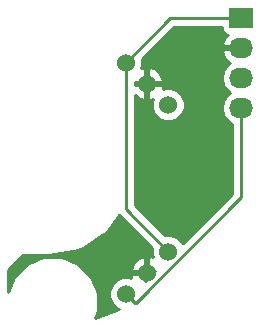
<source format=gbr>
G04 #@! TF.FileFunction,Copper,L2,Bot,Signal*
%FSLAX46Y46*%
G04 Gerber Fmt 4.6, Leading zero omitted, Abs format (unit mm)*
G04 Created by KiCad (PCBNEW 4.0.4+dfsg1-stable) date Thu Feb  9 13:36:58 2017*
%MOMM*%
%LPD*%
G01*
G04 APERTURE LIST*
%ADD10C,0.100000*%
%ADD11R,2.032000X1.727200*%
%ADD12O,2.032000X1.727200*%
%ADD13C,1.524000*%
%ADD14C,0.250000*%
%ADD15C,0.254000*%
G04 APERTURE END LIST*
D10*
D11*
X133000000Y-62920000D03*
D12*
X133000000Y-65460000D03*
X133000000Y-68000000D03*
X133000000Y-70540000D03*
D13*
X125000000Y-84500000D03*
X123203949Y-86296051D03*
X126796051Y-82703949D03*
X125000000Y-68500000D03*
X126796051Y-70296051D03*
X123203949Y-66703949D03*
D14*
X133000000Y-62920000D02*
X126987898Y-62920000D01*
X126987898Y-62920000D02*
X123203949Y-66703949D01*
X126796051Y-82703949D02*
X123203949Y-79111847D01*
X123203949Y-79111847D02*
X123203949Y-66703949D01*
X123203949Y-86296051D02*
X123965948Y-87058050D01*
X123965948Y-87058050D02*
X124050712Y-87058050D01*
X124050712Y-87058050D02*
X133000000Y-78108762D01*
X133000000Y-78108762D02*
X133000000Y-71653600D01*
X133000000Y-71653600D02*
X133000000Y-70540000D01*
D15*
G36*
X125411868Y-82394568D02*
X125399294Y-82424849D01*
X125398809Y-82980610D01*
X125478239Y-83172846D01*
X125347369Y-83118638D01*
X125127000Y-83240769D01*
X125127000Y-84193392D01*
X125014141Y-84306251D01*
X125193749Y-84485859D01*
X125306608Y-84373000D01*
X125660960Y-84373000D01*
X125406960Y-84627000D01*
X125306608Y-84627000D01*
X125193749Y-84514141D01*
X125014141Y-84693749D01*
X125127000Y-84806608D01*
X125127000Y-84906960D01*
X124873000Y-85160960D01*
X124873000Y-84806608D01*
X124985859Y-84693749D01*
X124806251Y-84514141D01*
X124693392Y-84627000D01*
X123740769Y-84627000D01*
X123618638Y-84847369D01*
X123682524Y-84982123D01*
X123483049Y-84899294D01*
X122927288Y-84898809D01*
X122413646Y-85111041D01*
X122020320Y-85503681D01*
X121807192Y-86016951D01*
X121806707Y-86572712D01*
X122018939Y-87086354D01*
X122411579Y-87479680D01*
X122617453Y-87565166D01*
X120610024Y-88306370D01*
X120834333Y-87766175D01*
X120835664Y-86240518D01*
X120253050Y-84830485D01*
X119576379Y-84152631D01*
X123618638Y-84152631D01*
X123740769Y-84373000D01*
X124873000Y-84373000D01*
X124873000Y-83240769D01*
X124652631Y-83118638D01*
X124150449Y-83356720D01*
X123777603Y-83768856D01*
X123618638Y-84152631D01*
X119576379Y-84152631D01*
X119175189Y-83750741D01*
X117766175Y-83165667D01*
X116240518Y-83164336D01*
X114830485Y-83746950D01*
X113750741Y-84824811D01*
X113210000Y-86127059D01*
X113210000Y-84294092D01*
X114544092Y-82960000D01*
X117000000Y-82960000D01*
X117068584Y-82946358D01*
X117138514Y-82946358D01*
X118744034Y-82627000D01*
X119000000Y-82627000D01*
X119065341Y-82608902D01*
X119179565Y-82540367D01*
X119338944Y-82508665D01*
X119594885Y-82402650D01*
X121229934Y-81310146D01*
X121565341Y-81108902D01*
X121601600Y-81076200D01*
X122669557Y-79652257D01*
X125411868Y-82394568D01*
X125411868Y-82394568D01*
G37*
X125411868Y-82394568D02*
X125399294Y-82424849D01*
X125398809Y-82980610D01*
X125478239Y-83172846D01*
X125347369Y-83118638D01*
X125127000Y-83240769D01*
X125127000Y-84193392D01*
X125014141Y-84306251D01*
X125193749Y-84485859D01*
X125306608Y-84373000D01*
X125660960Y-84373000D01*
X125406960Y-84627000D01*
X125306608Y-84627000D01*
X125193749Y-84514141D01*
X125014141Y-84693749D01*
X125127000Y-84806608D01*
X125127000Y-84906960D01*
X124873000Y-85160960D01*
X124873000Y-84806608D01*
X124985859Y-84693749D01*
X124806251Y-84514141D01*
X124693392Y-84627000D01*
X123740769Y-84627000D01*
X123618638Y-84847369D01*
X123682524Y-84982123D01*
X123483049Y-84899294D01*
X122927288Y-84898809D01*
X122413646Y-85111041D01*
X122020320Y-85503681D01*
X121807192Y-86016951D01*
X121806707Y-86572712D01*
X122018939Y-87086354D01*
X122411579Y-87479680D01*
X122617453Y-87565166D01*
X120610024Y-88306370D01*
X120834333Y-87766175D01*
X120835664Y-86240518D01*
X120253050Y-84830485D01*
X119576379Y-84152631D01*
X123618638Y-84152631D01*
X123740769Y-84373000D01*
X124873000Y-84373000D01*
X124873000Y-83240769D01*
X124652631Y-83118638D01*
X124150449Y-83356720D01*
X123777603Y-83768856D01*
X123618638Y-84152631D01*
X119576379Y-84152631D01*
X119175189Y-83750741D01*
X117766175Y-83165667D01*
X116240518Y-83164336D01*
X114830485Y-83746950D01*
X113750741Y-84824811D01*
X113210000Y-86127059D01*
X113210000Y-84294092D01*
X114544092Y-82960000D01*
X117000000Y-82960000D01*
X117068584Y-82946358D01*
X117138514Y-82946358D01*
X118744034Y-82627000D01*
X119000000Y-82627000D01*
X119065341Y-82608902D01*
X119179565Y-82540367D01*
X119338944Y-82508665D01*
X119594885Y-82402650D01*
X121229934Y-81310146D01*
X121565341Y-81108902D01*
X121601600Y-81076200D01*
X122669557Y-79652257D01*
X125411868Y-82394568D01*
G36*
X131336560Y-63783600D02*
X131380838Y-64018917D01*
X131519910Y-64235041D01*
X131732110Y-64380031D01*
X131826927Y-64399232D01*
X131649268Y-64557964D01*
X131395291Y-65085209D01*
X131392642Y-65100974D01*
X131513783Y-65333000D01*
X132873000Y-65333000D01*
X132873000Y-65313000D01*
X133127000Y-65313000D01*
X133127000Y-65333000D01*
X133147000Y-65333000D01*
X133147000Y-65587000D01*
X133127000Y-65587000D01*
X133127000Y-65607000D01*
X132873000Y-65607000D01*
X132873000Y-65587000D01*
X131513783Y-65587000D01*
X131392642Y-65819026D01*
X131395291Y-65834791D01*
X131649268Y-66362036D01*
X132065069Y-66733539D01*
X131755585Y-66940330D01*
X131430729Y-67426511D01*
X131316655Y-68000000D01*
X131430729Y-68573489D01*
X131755585Y-69059670D01*
X132070366Y-69270000D01*
X131755585Y-69480330D01*
X131430729Y-69966511D01*
X131316655Y-70540000D01*
X131430729Y-71113489D01*
X131755585Y-71599670D01*
X132240000Y-71923346D01*
X132240000Y-77793960D01*
X128021776Y-82012184D01*
X127981061Y-81913646D01*
X127588421Y-81520320D01*
X127075151Y-81307192D01*
X126519390Y-81306707D01*
X126486996Y-81320092D01*
X123963949Y-78797045D01*
X123963949Y-69446558D01*
X124268856Y-69722397D01*
X124652631Y-69881362D01*
X124873000Y-69759231D01*
X124873000Y-68693749D01*
X125014141Y-68693749D01*
X125127000Y-68806608D01*
X125127000Y-69759231D01*
X125347369Y-69881362D01*
X125482123Y-69817476D01*
X125399294Y-70016951D01*
X125398809Y-70572712D01*
X125611041Y-71086354D01*
X126003681Y-71479680D01*
X126516951Y-71692808D01*
X127072712Y-71693293D01*
X127586354Y-71481061D01*
X127979680Y-71088421D01*
X128192808Y-70575151D01*
X128193293Y-70019390D01*
X127981061Y-69505748D01*
X127588421Y-69112422D01*
X127075151Y-68899294D01*
X126519390Y-68898809D01*
X126327154Y-68978239D01*
X126381362Y-68847369D01*
X126259231Y-68627000D01*
X125306608Y-68627000D01*
X125193749Y-68514141D01*
X125014141Y-68693749D01*
X124873000Y-68693749D01*
X124873000Y-68627000D01*
X123963949Y-68627000D01*
X123963949Y-68373000D01*
X124693392Y-68373000D01*
X124806251Y-68485859D01*
X124985859Y-68306251D01*
X124873000Y-68193392D01*
X124873000Y-67240769D01*
X125127000Y-67240769D01*
X125127000Y-68373000D01*
X126259231Y-68373000D01*
X126381362Y-68152631D01*
X126143280Y-67650449D01*
X125731144Y-67277603D01*
X125347369Y-67118638D01*
X125127000Y-67240769D01*
X124873000Y-67240769D01*
X124652631Y-67118638D01*
X124517877Y-67182524D01*
X124600706Y-66983049D01*
X124601191Y-66427288D01*
X124587806Y-66394894D01*
X127302700Y-63680000D01*
X131336560Y-63680000D01*
X131336560Y-63783600D01*
X131336560Y-63783600D01*
G37*
X131336560Y-63783600D02*
X131380838Y-64018917D01*
X131519910Y-64235041D01*
X131732110Y-64380031D01*
X131826927Y-64399232D01*
X131649268Y-64557964D01*
X131395291Y-65085209D01*
X131392642Y-65100974D01*
X131513783Y-65333000D01*
X132873000Y-65333000D01*
X132873000Y-65313000D01*
X133127000Y-65313000D01*
X133127000Y-65333000D01*
X133147000Y-65333000D01*
X133147000Y-65587000D01*
X133127000Y-65587000D01*
X133127000Y-65607000D01*
X132873000Y-65607000D01*
X132873000Y-65587000D01*
X131513783Y-65587000D01*
X131392642Y-65819026D01*
X131395291Y-65834791D01*
X131649268Y-66362036D01*
X132065069Y-66733539D01*
X131755585Y-66940330D01*
X131430729Y-67426511D01*
X131316655Y-68000000D01*
X131430729Y-68573489D01*
X131755585Y-69059670D01*
X132070366Y-69270000D01*
X131755585Y-69480330D01*
X131430729Y-69966511D01*
X131316655Y-70540000D01*
X131430729Y-71113489D01*
X131755585Y-71599670D01*
X132240000Y-71923346D01*
X132240000Y-77793960D01*
X128021776Y-82012184D01*
X127981061Y-81913646D01*
X127588421Y-81520320D01*
X127075151Y-81307192D01*
X126519390Y-81306707D01*
X126486996Y-81320092D01*
X123963949Y-78797045D01*
X123963949Y-69446558D01*
X124268856Y-69722397D01*
X124652631Y-69881362D01*
X124873000Y-69759231D01*
X124873000Y-68693749D01*
X125014141Y-68693749D01*
X125127000Y-68806608D01*
X125127000Y-69759231D01*
X125347369Y-69881362D01*
X125482123Y-69817476D01*
X125399294Y-70016951D01*
X125398809Y-70572712D01*
X125611041Y-71086354D01*
X126003681Y-71479680D01*
X126516951Y-71692808D01*
X127072712Y-71693293D01*
X127586354Y-71481061D01*
X127979680Y-71088421D01*
X128192808Y-70575151D01*
X128193293Y-70019390D01*
X127981061Y-69505748D01*
X127588421Y-69112422D01*
X127075151Y-68899294D01*
X126519390Y-68898809D01*
X126327154Y-68978239D01*
X126381362Y-68847369D01*
X126259231Y-68627000D01*
X125306608Y-68627000D01*
X125193749Y-68514141D01*
X125014141Y-68693749D01*
X124873000Y-68693749D01*
X124873000Y-68627000D01*
X123963949Y-68627000D01*
X123963949Y-68373000D01*
X124693392Y-68373000D01*
X124806251Y-68485859D01*
X124985859Y-68306251D01*
X124873000Y-68193392D01*
X124873000Y-67240769D01*
X125127000Y-67240769D01*
X125127000Y-68373000D01*
X126259231Y-68373000D01*
X126381362Y-68152631D01*
X126143280Y-67650449D01*
X125731144Y-67277603D01*
X125347369Y-67118638D01*
X125127000Y-67240769D01*
X124873000Y-67240769D01*
X124652631Y-67118638D01*
X124517877Y-67182524D01*
X124600706Y-66983049D01*
X124601191Y-66427288D01*
X124587806Y-66394894D01*
X127302700Y-63680000D01*
X131336560Y-63680000D01*
X131336560Y-63783600D01*
M02*

</source>
